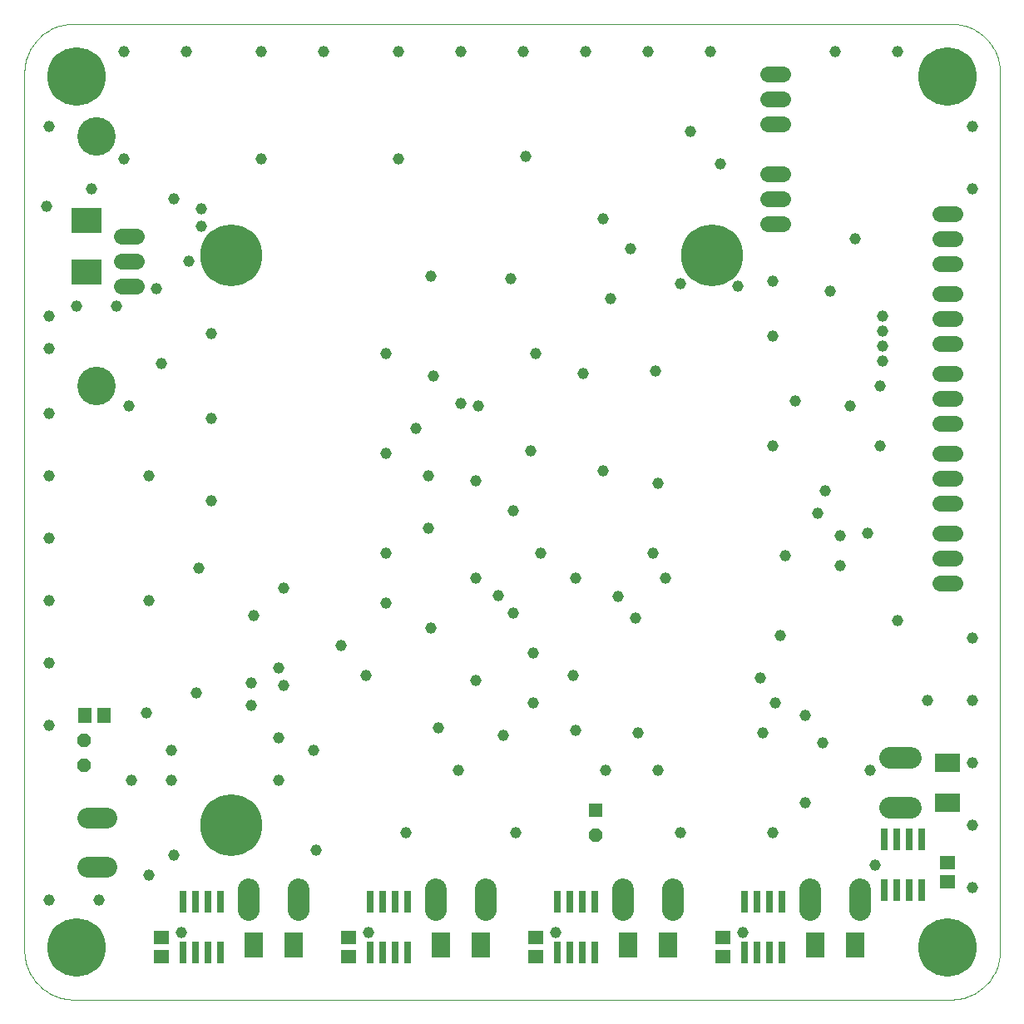
<source format=gbs>
G75*
%MOIN*%
%OFA0B0*%
%FSLAX24Y24*%
%IPPOS*%
%LPD*%
%AMOC8*
5,1,8,0,0,1.08239X$1,22.5*
%
%ADD10C,0.0000*%
%ADD11C,0.2340*%
%ADD12C,0.0820*%
%ADD13R,0.0631X0.0552*%
%ADD14R,0.0276X0.0906*%
%ADD15C,0.0865*%
%ADD16C,0.0640*%
%ADD17R,0.0749X0.0985*%
%ADD18OC8,0.0560*%
%ADD19R,0.0552X0.0631*%
%ADD20C,0.2481*%
%ADD21R,0.0555X0.0555*%
%ADD22OC8,0.0555*%
%ADD23C,0.1540*%
%ADD24R,0.1221X0.1024*%
%ADD25R,0.0985X0.0749*%
%ADD26C,0.0453*%
D10*
X000100Y002000D02*
X000100Y037231D01*
X000102Y037317D01*
X000107Y037403D01*
X000117Y037488D01*
X000130Y037573D01*
X000147Y037657D01*
X000167Y037741D01*
X000191Y037823D01*
X000219Y037904D01*
X000250Y037985D01*
X000284Y038063D01*
X000322Y038140D01*
X000364Y038216D01*
X000408Y038289D01*
X000456Y038360D01*
X000507Y038430D01*
X000561Y038497D01*
X000617Y038561D01*
X000677Y038623D01*
X000739Y038683D01*
X000803Y038739D01*
X000870Y038793D01*
X000940Y038844D01*
X001011Y038892D01*
X001085Y038936D01*
X001160Y038978D01*
X001237Y039016D01*
X001315Y039050D01*
X001396Y039081D01*
X001477Y039109D01*
X001559Y039133D01*
X001643Y039153D01*
X001727Y039170D01*
X001812Y039183D01*
X001897Y039193D01*
X001983Y039198D01*
X002069Y039200D01*
X037231Y039200D01*
X037317Y039198D01*
X037403Y039193D01*
X037488Y039183D01*
X037573Y039170D01*
X037657Y039153D01*
X037741Y039133D01*
X037823Y039109D01*
X037904Y039081D01*
X037985Y039050D01*
X038063Y039016D01*
X038140Y038978D01*
X038216Y038936D01*
X038289Y038892D01*
X038360Y038844D01*
X038430Y038793D01*
X038497Y038739D01*
X038561Y038683D01*
X038623Y038623D01*
X038683Y038561D01*
X038739Y038497D01*
X038793Y038430D01*
X038844Y038360D01*
X038892Y038289D01*
X038936Y038216D01*
X038978Y038140D01*
X039016Y038063D01*
X039050Y037985D01*
X039081Y037904D01*
X039109Y037823D01*
X039133Y037741D01*
X039153Y037657D01*
X039170Y037573D01*
X039183Y037488D01*
X039193Y037403D01*
X039198Y037317D01*
X039200Y037231D01*
X039200Y002069D01*
X039198Y001983D01*
X039193Y001897D01*
X039183Y001812D01*
X039170Y001727D01*
X039153Y001643D01*
X039133Y001559D01*
X039109Y001477D01*
X039081Y001396D01*
X039050Y001315D01*
X039016Y001237D01*
X038978Y001160D01*
X038936Y001084D01*
X038892Y001011D01*
X038844Y000940D01*
X038793Y000870D01*
X038739Y000803D01*
X038683Y000739D01*
X038623Y000677D01*
X038561Y000617D01*
X038497Y000561D01*
X038430Y000507D01*
X038360Y000456D01*
X038289Y000408D01*
X038216Y000364D01*
X038140Y000322D01*
X038063Y000284D01*
X037985Y000250D01*
X037904Y000219D01*
X037823Y000191D01*
X037741Y000167D01*
X037657Y000147D01*
X037573Y000130D01*
X037488Y000117D01*
X037403Y000107D01*
X037317Y000102D01*
X037231Y000100D01*
X002069Y000100D01*
X001983Y000102D01*
X001897Y000107D01*
X001812Y000117D01*
X001727Y000130D01*
X001643Y000147D01*
X001559Y000167D01*
X001477Y000191D01*
X001396Y000219D01*
X001315Y000250D01*
X001237Y000284D01*
X001160Y000322D01*
X001084Y000364D01*
X001011Y000408D01*
X000940Y000456D01*
X000870Y000507D01*
X000803Y000561D01*
X000739Y000617D01*
X000677Y000677D01*
X000617Y000739D01*
X000561Y000803D01*
X000507Y000870D01*
X000456Y000940D01*
X000408Y001011D01*
X000364Y001085D01*
X000322Y001160D01*
X000284Y001237D01*
X000250Y001315D01*
X000219Y001396D01*
X000191Y001477D01*
X000167Y001559D01*
X000147Y001643D01*
X000130Y001727D01*
X000117Y001812D01*
X000107Y001897D01*
X000102Y001983D01*
X000100Y002069D01*
D11*
X002200Y002200D03*
X037100Y002200D03*
X037100Y037100D03*
X002200Y037100D03*
D12*
X002610Y007390D02*
X003390Y007390D01*
X003390Y005410D02*
X002610Y005410D01*
D13*
X005600Y002574D03*
X005600Y001826D03*
X013100Y001826D03*
X013100Y002574D03*
X020600Y002574D03*
X020600Y001826D03*
X028100Y001826D03*
X028100Y002574D03*
X037100Y004826D03*
X037100Y005574D03*
D14*
X036050Y004476D03*
X035550Y004476D03*
X035050Y004476D03*
X034550Y004476D03*
X034550Y006524D03*
X035050Y006524D03*
X035550Y006524D03*
X036050Y006524D03*
X030450Y004024D03*
X029950Y004024D03*
X029450Y004024D03*
X028950Y004024D03*
X028950Y001976D03*
X029450Y001976D03*
X029950Y001976D03*
X030450Y001976D03*
X022950Y001976D03*
X022450Y001976D03*
X021950Y001976D03*
X021450Y001976D03*
X021450Y004024D03*
X021950Y004024D03*
X022450Y004024D03*
X022950Y004024D03*
X015450Y004024D03*
X014950Y004024D03*
X014450Y004024D03*
X013950Y004024D03*
X013950Y001976D03*
X014450Y001976D03*
X014950Y001976D03*
X015450Y001976D03*
X007950Y001976D03*
X007450Y001976D03*
X006950Y001976D03*
X006450Y001976D03*
X006450Y004024D03*
X006950Y004024D03*
X007450Y004024D03*
X007950Y004024D03*
D15*
X009100Y003688D02*
X009100Y004513D01*
X011100Y004513D02*
X011100Y003688D01*
X016600Y003688D02*
X016600Y004513D01*
X018600Y004513D02*
X018600Y003688D01*
X024100Y003688D02*
X024100Y004513D01*
X026100Y004513D02*
X026100Y003688D01*
X031600Y003688D02*
X031600Y004513D01*
X033600Y004513D02*
X033600Y003688D01*
X034788Y007800D02*
X035613Y007800D01*
X035613Y009800D02*
X034788Y009800D01*
D16*
X036800Y016800D02*
X037400Y016800D01*
X037400Y017800D02*
X036800Y017800D01*
X036800Y018800D02*
X037400Y018800D01*
X037400Y020000D02*
X036800Y020000D01*
X036800Y021000D02*
X037400Y021000D01*
X037400Y022000D02*
X036800Y022000D01*
X036800Y023200D02*
X037400Y023200D01*
X037400Y024200D02*
X036800Y024200D01*
X036800Y025200D02*
X037400Y025200D01*
X037400Y026400D02*
X036800Y026400D01*
X036800Y027400D02*
X037400Y027400D01*
X037400Y028400D02*
X036800Y028400D01*
X036800Y029600D02*
X037400Y029600D01*
X037400Y030600D02*
X036800Y030600D01*
X036800Y031600D02*
X037400Y031600D01*
X030500Y031200D02*
X029900Y031200D01*
X029900Y032200D02*
X030500Y032200D01*
X030500Y033200D02*
X029900Y033200D01*
X029900Y035200D02*
X030500Y035200D01*
X030500Y036200D02*
X029900Y036200D01*
X029900Y037200D02*
X030500Y037200D01*
X004600Y030700D02*
X004000Y030700D01*
X004000Y029700D02*
X004600Y029700D01*
X004600Y028700D02*
X004000Y028700D01*
D17*
X009303Y002300D03*
X010897Y002300D03*
X016803Y002300D03*
X018397Y002300D03*
X024303Y002300D03*
X025897Y002300D03*
X031803Y002300D03*
X033397Y002300D03*
D18*
X002500Y009500D03*
X002500Y010500D03*
D19*
X002526Y011500D03*
X003274Y011500D03*
D20*
X008378Y007078D03*
X008378Y029913D03*
X027669Y029913D03*
D21*
X023000Y007700D03*
D22*
X023000Y006700D03*
D23*
X003000Y024700D03*
X003000Y034700D03*
D24*
X002600Y031333D03*
X002600Y029267D03*
D25*
X037100Y009597D03*
X037100Y008003D03*
D26*
X038100Y007100D03*
X038100Y004600D03*
X034200Y005500D03*
X031400Y008000D03*
X030100Y006800D03*
X026400Y006800D03*
X025500Y009300D03*
X024700Y010800D03*
X023400Y009300D03*
X022200Y010900D03*
X020500Y012000D03*
X019300Y010700D03*
X017500Y009300D03*
X016700Y011000D03*
X018200Y012900D03*
X020500Y014000D03*
X022100Y013100D03*
X024600Y015400D03*
X023900Y016263D03*
X022200Y017000D03*
X020800Y018000D03*
X019700Y019700D03*
X018200Y020900D03*
X016300Y021100D03*
X014600Y022000D03*
X015800Y023000D03*
X017600Y024000D03*
X018300Y023900D03*
X016500Y025100D03*
X014600Y026000D03*
X016400Y029100D03*
X019600Y029000D03*
X020600Y026000D03*
X022500Y025200D03*
X025400Y025300D03*
X023600Y028200D03*
X024400Y030200D03*
X023300Y031400D03*
X020200Y033900D03*
X020100Y038100D03*
X022600Y038100D03*
X025100Y038100D03*
X027600Y038100D03*
X026800Y034900D03*
X028000Y033600D03*
X032600Y038100D03*
X035100Y038100D03*
X038100Y035100D03*
X038100Y032600D03*
X033400Y030600D03*
X032400Y028500D03*
X034500Y027500D03*
X034500Y026900D03*
X034500Y026300D03*
X034500Y025700D03*
X034400Y024700D03*
X033200Y023900D03*
X034400Y022300D03*
X032200Y020500D03*
X031900Y019600D03*
X032800Y018700D03*
X033900Y018800D03*
X032800Y017500D03*
X030600Y017900D03*
X030400Y014700D03*
X029600Y013000D03*
X030200Y012000D03*
X029700Y010800D03*
X031400Y011500D03*
X032100Y010400D03*
X034000Y009300D03*
X036300Y012100D03*
X038100Y012100D03*
X038100Y009600D03*
X038100Y014600D03*
X035100Y015300D03*
X030100Y022300D03*
X031000Y024100D03*
X030100Y026700D03*
X028700Y028700D03*
X030100Y028900D03*
X026400Y028800D03*
X020400Y022100D03*
X023300Y021300D03*
X025500Y020800D03*
X025300Y018000D03*
X025800Y017000D03*
X019700Y015600D03*
X019100Y016300D03*
X018200Y017000D03*
X016300Y019000D03*
X014600Y018000D03*
X014600Y016000D03*
X016400Y015000D03*
X013800Y013100D03*
X012800Y014300D03*
X010300Y013400D03*
X010500Y012700D03*
X009200Y012800D03*
X009200Y011900D03*
X010300Y010600D03*
X011700Y010100D03*
X010300Y008900D03*
X011800Y006100D03*
X015400Y006800D03*
X013900Y002800D03*
X019800Y006800D03*
X021400Y002800D03*
X028900Y002800D03*
X010500Y016600D03*
X009300Y015500D03*
X007100Y017400D03*
X005100Y016100D03*
X001100Y016100D03*
X001100Y013600D03*
X001100Y011100D03*
X004400Y008900D03*
X006000Y008900D03*
X006000Y010100D03*
X005000Y011600D03*
X007000Y012400D03*
X006100Y005900D03*
X005100Y005100D03*
X003100Y004100D03*
X001100Y004100D03*
X006400Y002800D03*
X001100Y018600D03*
X001100Y021100D03*
X001100Y023600D03*
X001100Y026200D03*
X001100Y027500D03*
X002200Y027900D03*
X003800Y027900D03*
X005400Y028600D03*
X006700Y029700D03*
X007200Y031100D03*
X007200Y031800D03*
X006100Y032200D03*
X004100Y033800D03*
X002800Y032600D03*
X001000Y031900D03*
X001100Y035100D03*
X004100Y038100D03*
X006600Y038100D03*
X009600Y038100D03*
X012100Y038100D03*
X015100Y038100D03*
X017600Y038100D03*
X015100Y033800D03*
X009600Y033800D03*
X007600Y026800D03*
X005600Y025600D03*
X004300Y023900D03*
X005100Y021100D03*
X007600Y020100D03*
X007600Y023400D03*
M02*

</source>
